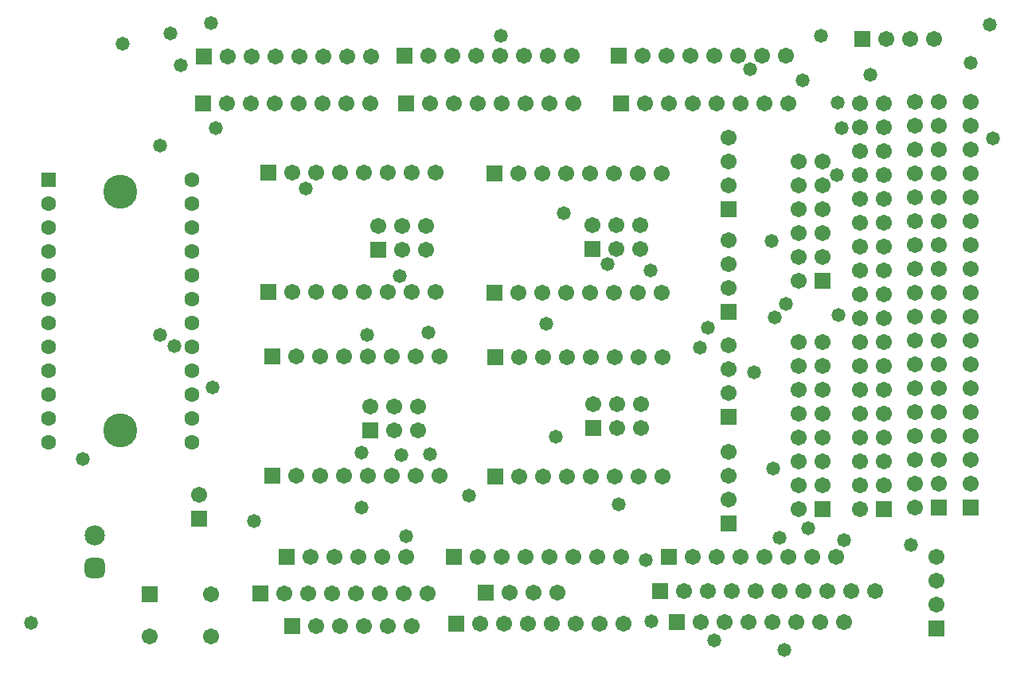
<source format=gbs>
G04*
G04 #@! TF.GenerationSoftware,Altium Limited,Altium Designer,22.5.1 (42)*
G04*
G04 Layer_Color=16711935*
%FSLAX44Y44*%
%MOMM*%
G71*
G04*
G04 #@! TF.SameCoordinates,CA0BB6C5-CFA1-4992-A8A9-7B9ED42510D7*
G04*
G04*
G04 #@! TF.FilePolarity,Negative*
G04*
G01*
G75*
%ADD24C,1.7032*%
%ADD25R,1.7032X1.7032*%
G04:AMPARAMS|DCode=26|XSize=2.1532mm|YSize=2.1532mm|CornerRadius=0.5891mm|HoleSize=0mm|Usage=FLASHONLY|Rotation=90.000|XOffset=0mm|YOffset=0mm|HoleType=Round|Shape=RoundedRectangle|*
%AMROUNDEDRECTD26*
21,1,2.1532,0.9750,0,0,90.0*
21,1,0.9750,2.1532,0,0,90.0*
1,1,1.1782,0.4875,0.4875*
1,1,1.1782,0.4875,-0.4875*
1,1,1.1782,-0.4875,-0.4875*
1,1,1.1782,-0.4875,0.4875*
%
%ADD26ROUNDEDRECTD26*%
%ADD27C,2.1532*%
%ADD28R,1.7032X1.7032*%
%ADD29R,1.6080X1.6080*%
%ADD30C,1.6080*%
%ADD31C,3.6160*%
%ADD32C,1.4732*%
D24*
X962660Y594360D02*
D03*
X988060D02*
D03*
X962660Y568960D02*
D03*
X988060D02*
D03*
X962660Y543560D02*
D03*
X988060D02*
D03*
X962660Y518160D02*
D03*
X988060D02*
D03*
X962660Y492760D02*
D03*
X988060D02*
D03*
X962660Y467360D02*
D03*
X988060D02*
D03*
X962660Y441960D02*
D03*
X988060D02*
D03*
X962660Y416560D02*
D03*
X988060D02*
D03*
X962660Y391160D02*
D03*
X988060D02*
D03*
X962660Y365760D02*
D03*
X988060D02*
D03*
X962660Y340360D02*
D03*
X988060D02*
D03*
X962660Y314960D02*
D03*
X988060D02*
D03*
X962660Y289560D02*
D03*
X988060D02*
D03*
X962660Y264160D02*
D03*
X988060D02*
D03*
X962660Y238760D02*
D03*
X988060D02*
D03*
X962660Y213360D02*
D03*
X988060D02*
D03*
X962660Y187960D02*
D03*
X988060D02*
D03*
X962660Y162560D02*
D03*
X764540Y335280D02*
D03*
Y309880D02*
D03*
Y284480D02*
D03*
X735330Y40640D02*
D03*
X760730D02*
D03*
X786130D02*
D03*
X811530D02*
D03*
X836930D02*
D03*
X862330D02*
D03*
X887730D02*
D03*
X232410Y642620D02*
D03*
X257810D02*
D03*
X283210D02*
D03*
X308610D02*
D03*
X334010D02*
D03*
X359410D02*
D03*
X384810D02*
D03*
X326390Y36830D02*
D03*
X351790D02*
D03*
X377190D02*
D03*
X402590D02*
D03*
X427990D02*
D03*
X445770Y643890D02*
D03*
X471170D02*
D03*
X496570D02*
D03*
X521970D02*
D03*
X547370D02*
D03*
X572770D02*
D03*
X598170D02*
D03*
X673100D02*
D03*
X698500D02*
D03*
X723900D02*
D03*
X749300D02*
D03*
X774700D02*
D03*
X800100D02*
D03*
X825500D02*
D03*
X500380Y39370D02*
D03*
X525780D02*
D03*
X551180D02*
D03*
X576580D02*
D03*
X601980D02*
D03*
X627380D02*
D03*
X652780D02*
D03*
X621030Y273050D02*
D03*
X646430Y247650D02*
D03*
Y273050D02*
D03*
X671830Y247650D02*
D03*
Y273050D02*
D03*
X542290Y322580D02*
D03*
X567690D02*
D03*
X593090D02*
D03*
X618490D02*
D03*
X643890D02*
D03*
X669290D02*
D03*
X694690D02*
D03*
X542290Y195580D02*
D03*
X567690D02*
D03*
X593090D02*
D03*
X618490D02*
D03*
X643890D02*
D03*
X669290D02*
D03*
X694690D02*
D03*
X392430Y462280D02*
D03*
X417830Y436880D02*
D03*
Y462280D02*
D03*
X443230Y436880D02*
D03*
Y462280D02*
D03*
X300990Y519430D02*
D03*
X326390D02*
D03*
X351790D02*
D03*
X377190D02*
D03*
X402590D02*
D03*
X427990D02*
D03*
X453390D02*
D03*
X300990Y392430D02*
D03*
X326390D02*
D03*
X351790D02*
D03*
X377190D02*
D03*
X402590D02*
D03*
X427990D02*
D03*
X453390D02*
D03*
X383540Y270510D02*
D03*
X408940Y245110D02*
D03*
Y270510D02*
D03*
X434340Y245110D02*
D03*
Y270510D02*
D03*
X304800Y323850D02*
D03*
X330200D02*
D03*
X355600D02*
D03*
X381000D02*
D03*
X406400D02*
D03*
X431800D02*
D03*
X457200D02*
D03*
X304800Y196850D02*
D03*
X330200D02*
D03*
X355600D02*
D03*
X381000D02*
D03*
X406400D02*
D03*
X431800D02*
D03*
X457200D02*
D03*
X764540Y447040D02*
D03*
Y421640D02*
D03*
Y396240D02*
D03*
Y222250D02*
D03*
Y196850D02*
D03*
Y171450D02*
D03*
Y556260D02*
D03*
Y530860D02*
D03*
Y505460D02*
D03*
X619760Y463550D02*
D03*
X645160Y438150D02*
D03*
Y463550D02*
D03*
X670560Y438150D02*
D03*
Y463550D02*
D03*
X541020Y518160D02*
D03*
X566420D02*
D03*
X591820D02*
D03*
X617220D02*
D03*
X642620D02*
D03*
X668020D02*
D03*
X693420D02*
D03*
X541020Y391160D02*
D03*
X566420D02*
D03*
X591820D02*
D03*
X617220D02*
D03*
X642620D02*
D03*
X668020D02*
D03*
X693420D02*
D03*
X726440Y110490D02*
D03*
X751840D02*
D03*
X777240D02*
D03*
X802640D02*
D03*
X828040D02*
D03*
X853440D02*
D03*
X878840D02*
D03*
X231140Y593090D02*
D03*
X256540D02*
D03*
X281940D02*
D03*
X307340D02*
D03*
X332740D02*
D03*
X358140D02*
D03*
X383540D02*
D03*
X839470Y161290D02*
D03*
X864870Y186690D02*
D03*
X839470D02*
D03*
X864870Y212090D02*
D03*
X839470D02*
D03*
X864870Y237490D02*
D03*
X839470D02*
D03*
X864870Y262890D02*
D03*
X839470D02*
D03*
X864870Y288290D02*
D03*
X839470D02*
D03*
X864870Y313690D02*
D03*
X839470D02*
D03*
X864870Y339090D02*
D03*
X839470D02*
D03*
Y530860D02*
D03*
X864870D02*
D03*
X839470Y505460D02*
D03*
X864870D02*
D03*
X839470Y480060D02*
D03*
X864870D02*
D03*
X839470Y454660D02*
D03*
X864870D02*
D03*
X839470Y429260D02*
D03*
X864870D02*
D03*
X839470Y403860D02*
D03*
X320040Y110490D02*
D03*
X345440D02*
D03*
X370840D02*
D03*
X396240D02*
D03*
X421640D02*
D03*
X447040Y593090D02*
D03*
X472440D02*
D03*
X497840D02*
D03*
X523240D02*
D03*
X548640D02*
D03*
X574040D02*
D03*
X599440D02*
D03*
X675640D02*
D03*
X701040D02*
D03*
X726440D02*
D03*
X751840D02*
D03*
X777240D02*
D03*
X802640D02*
D03*
X828040D02*
D03*
X497840Y110490D02*
D03*
X523240D02*
D03*
X548640D02*
D03*
X574040D02*
D03*
X599440D02*
D03*
X624840D02*
D03*
X650240D02*
D03*
X292100Y71120D02*
D03*
X317500D02*
D03*
X342900D02*
D03*
X368300D02*
D03*
X393700D02*
D03*
X419100D02*
D03*
X444500D02*
D03*
X582930Y72390D02*
D03*
X557530D02*
D03*
X532130D02*
D03*
X982980Y661670D02*
D03*
X957580D02*
D03*
X932180D02*
D03*
X742950Y73660D02*
D03*
X920750D02*
D03*
X895350D02*
D03*
X869950D02*
D03*
X844550D02*
D03*
X819150D02*
D03*
X793750D02*
D03*
X768350D02*
D03*
X717550D02*
D03*
X985520Y59690D02*
D03*
Y85090D02*
D03*
Y110490D02*
D03*
X904240Y161290D02*
D03*
X929640Y186690D02*
D03*
X904240D02*
D03*
X929640Y212090D02*
D03*
X904240D02*
D03*
X929640Y237490D02*
D03*
X904240D02*
D03*
X929640Y262890D02*
D03*
X904240D02*
D03*
X929640Y288290D02*
D03*
X904240D02*
D03*
X929640Y313690D02*
D03*
X904240D02*
D03*
X929640Y339090D02*
D03*
X904240D02*
D03*
X929640Y364490D02*
D03*
X904240D02*
D03*
X929640Y389890D02*
D03*
X904240D02*
D03*
X929640Y415290D02*
D03*
X904240D02*
D03*
X929640Y440690D02*
D03*
X904240D02*
D03*
X929640Y466090D02*
D03*
X904240D02*
D03*
X929640Y491490D02*
D03*
X904240D02*
D03*
X929640Y516890D02*
D03*
X904240D02*
D03*
X929640Y542290D02*
D03*
X904240D02*
D03*
X929640Y567690D02*
D03*
X904240D02*
D03*
X929640Y593090D02*
D03*
X904240D02*
D03*
X1022350Y187960D02*
D03*
Y213360D02*
D03*
Y238760D02*
D03*
Y264160D02*
D03*
Y289560D02*
D03*
Y314960D02*
D03*
Y340360D02*
D03*
Y365760D02*
D03*
Y391160D02*
D03*
Y416560D02*
D03*
Y441960D02*
D03*
Y467360D02*
D03*
Y492760D02*
D03*
Y518160D02*
D03*
Y543560D02*
D03*
Y568960D02*
D03*
Y594360D02*
D03*
X201930Y176530D02*
D03*
X149110Y25760D02*
D03*
X214110D02*
D03*
Y70760D02*
D03*
D25*
X988060Y162560D02*
D03*
X764540Y259080D02*
D03*
Y370840D02*
D03*
Y146050D02*
D03*
Y480060D02*
D03*
X864870Y161290D02*
D03*
Y403860D02*
D03*
X985520Y34290D02*
D03*
X929640Y161290D02*
D03*
X1022350Y162560D02*
D03*
X201930Y151130D02*
D03*
D26*
X90630Y98070D02*
D03*
D27*
Y133070D02*
D03*
D28*
X709930Y40640D02*
D03*
X207010Y642620D02*
D03*
X300990Y36830D02*
D03*
X420370Y643890D02*
D03*
X647700D02*
D03*
X474980Y39370D02*
D03*
X621030Y247650D02*
D03*
X516890Y322580D02*
D03*
Y195580D02*
D03*
X392430Y436880D02*
D03*
X275590Y519430D02*
D03*
Y392430D02*
D03*
X383540Y245110D02*
D03*
X279400Y323850D02*
D03*
Y196850D02*
D03*
X619760Y438150D02*
D03*
X515620Y518160D02*
D03*
Y391160D02*
D03*
X701040Y110490D02*
D03*
X205740Y593090D02*
D03*
X294640Y110490D02*
D03*
X421640Y593090D02*
D03*
X650240D02*
D03*
X472440Y110490D02*
D03*
X266700Y71120D02*
D03*
X506730Y72390D02*
D03*
X906780Y661670D02*
D03*
X692150Y73660D02*
D03*
X149110Y70760D02*
D03*
D29*
X41910Y511810D02*
D03*
D30*
Y486410D02*
D03*
Y461010D02*
D03*
Y435610D02*
D03*
Y410210D02*
D03*
Y384810D02*
D03*
Y359410D02*
D03*
Y334010D02*
D03*
Y308610D02*
D03*
Y283210D02*
D03*
Y257810D02*
D03*
Y232410D02*
D03*
X194310D02*
D03*
Y257810D02*
D03*
Y283210D02*
D03*
Y308610D02*
D03*
Y334010D02*
D03*
Y359410D02*
D03*
Y384810D02*
D03*
Y410210D02*
D03*
Y435610D02*
D03*
Y461010D02*
D03*
Y486410D02*
D03*
Y511810D02*
D03*
D31*
X118110Y499110D02*
D03*
Y245110D02*
D03*
D32*
X742950Y354330D02*
D03*
X734060Y332740D02*
D03*
X813896Y365426D02*
D03*
X215900Y290830D02*
D03*
X447040Y219710D02*
D03*
X416560Y218440D02*
D03*
X374203Y221520D02*
D03*
X260350Y148590D02*
D03*
X787349Y629100D02*
D03*
X887730Y128270D02*
D03*
X819150Y130810D02*
D03*
X647780Y166110D02*
D03*
X749300Y21590D02*
D03*
X849630Y140970D02*
D03*
X681990Y415290D02*
D03*
X421640Y132080D02*
D03*
X415290Y408940D02*
D03*
X1042242Y676322D02*
D03*
X915242Y623744D02*
D03*
X843106Y617394D02*
D03*
X824056Y11096D02*
D03*
X23194Y40306D02*
D03*
X120476Y656002D02*
D03*
X522558Y664892D02*
D03*
X884508Y566594D02*
D03*
X879936Y517064D02*
D03*
X589106Y475662D02*
D03*
X1021668Y635936D02*
D03*
X214202Y678608D02*
D03*
X219028Y566848D02*
D03*
X160354Y548052D02*
D03*
Y346630D02*
D03*
X380064D02*
D03*
X676736Y106854D02*
D03*
X682070Y41322D02*
D03*
X880524Y593518D02*
D03*
X77550Y214042D02*
D03*
X182198Y633904D02*
D03*
X791290Y306325D02*
D03*
X570818Y358346D02*
D03*
X175594Y334692D02*
D03*
X171276Y667432D02*
D03*
X863094Y664716D02*
D03*
X811864Y203882D02*
D03*
X488285Y175403D02*
D03*
X445160Y349170D02*
D03*
X881460Y367458D02*
D03*
X1045544Y555672D02*
D03*
X958676Y123364D02*
D03*
X580978Y237918D02*
D03*
X374476Y162988D02*
D03*
X810340Y446706D02*
D03*
X825580Y379650D02*
D03*
X636096Y421814D02*
D03*
X315294Y502332D02*
D03*
M02*

</source>
